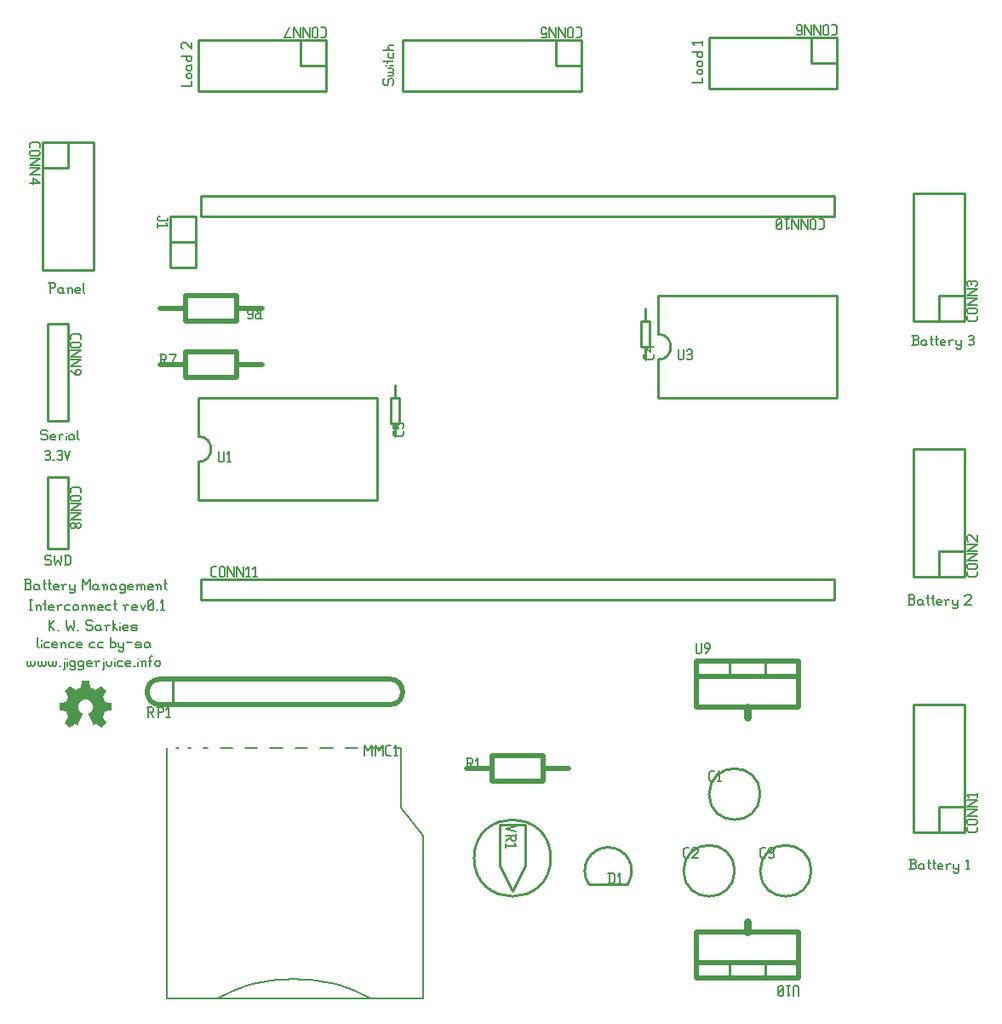
<source format=gto>
G04 start of page 8 for group -4079 idx -4079 *
G04 Title: (unknown), topsilk *
G04 Creator: pcb 20110918 *
G04 CreationDate: Wed 25 Feb 2015 10:22:25 GMT UTC *
G04 For: ksarkies *
G04 Format: Gerber/RS-274X *
G04 PCB-Dimensions: 390000 390000 *
G04 PCB-Coordinate-Origin: lower left *
%MOIN*%
%FSLAX25Y25*%
%LNTOPSILK*%
%ADD102C,0.0079*%
%ADD101C,0.0300*%
%ADD100C,0.0100*%
%ADD99C,0.0200*%
%ADD98C,0.0060*%
%ADD97C,0.0001*%
G54D97*G36*
X29577Y124414D02*X32154D01*
X32237Y124382D01*
X32284Y124306D01*
X32333Y124067D01*
X32377Y123845D01*
X32768Y121713D01*
X32815Y121625D01*
X32898Y121567D01*
X33001Y121523D01*
X33791Y121252D01*
X34541Y120894D01*
X34547D01*
X34634Y120856D01*
X34731Y120842D01*
X34829Y120873D01*
X36602Y122092D01*
X36793Y122217D01*
X36994Y122353D01*
X37080Y122378D01*
X37162Y122342D01*
X37493Y122012D01*
X37997Y121512D01*
X38155Y121349D01*
X38654Y120851D01*
X38816Y120694D01*
X38984Y120520D01*
X39023Y120435D01*
X39001Y120346D01*
X38865Y120145D01*
X38736Y119955D01*
X37547Y118219D01*
X37515Y118127D01*
X37530Y118030D01*
X37575Y117931D01*
X38258Y116325D01*
X38295Y116234D01*
X38358Y116156D01*
X38448Y116109D01*
X40487Y115728D01*
X40711Y115685D01*
X40954Y115642D01*
X41029Y115595D01*
X41058Y115512D01*
Y112935D01*
X41029Y112846D01*
X40954Y112799D01*
X40711Y112756D01*
X40487Y112713D01*
X38508Y112344D01*
X38420Y112296D01*
X38366Y112213D01*
X38338Y112153D01*
Y112142D01*
X37623Y110369D01*
X37618Y110357D01*
X37601Y110314D01*
X37584Y110213D01*
X37612Y110119D01*
X38741Y108487D01*
X38865Y108296D01*
X39006Y108095D01*
X39025Y108009D01*
X38984Y107927D01*
X38816Y107748D01*
X38654Y107591D01*
X37336Y106273D01*
X37162Y106105D01*
X37080Y106064D01*
X36994Y106082D01*
X36793Y106224D01*
X36602Y106348D01*
X35008Y107445D01*
X34909Y107474D01*
X34812Y107455D01*
X34481Y107271D01*
X34287Y107162D01*
X33940Y106984D01*
X33855Y106978D01*
X33793Y107038D01*
X33647Y107395D01*
X33559Y107602D01*
X32176Y110960D01*
X32088Y111166D01*
X31991Y111399D01*
X31987Y111494D01*
X32040Y111567D01*
X32263Y111698D01*
X32404Y111806D01*
X32940Y112252D01*
X33355Y112816D01*
X33622Y113475D01*
X33716Y114205D01*
X33658Y114780D01*
X33493Y115314D01*
X33230Y115799D01*
X32881Y116221D01*
X32461Y116570D01*
X31977Y116834D01*
X31443Y116999D01*
X30869Y117057D01*
X30294Y116999D01*
X29759Y116834D01*
X29276Y116570D01*
X28854Y116221D01*
X28506Y115799D01*
X28244Y115314D01*
X28079Y114780D01*
X28020Y114205D01*
X28113Y113475D01*
X28380Y112816D01*
X28794Y112252D01*
X29333Y111806D01*
X29469Y111698D01*
X29691Y111567D01*
X29745Y111494D01*
X29740Y111399D01*
X29643Y111166D01*
X29555Y110960D01*
X28172Y107602D01*
X28086Y107395D01*
X27938Y107038D01*
X27877Y106978D01*
X27793Y106984D01*
X27451Y107162D01*
X27250Y107271D01*
X26919Y107455D01*
X26820Y107474D01*
X26723Y107445D01*
X25129Y106348D01*
X24944Y106224D01*
X24738Y106082D01*
X24651Y106064D01*
X24569Y106105D01*
X24395Y106273D01*
X24238Y106435D01*
X23740Y106934D01*
X23577Y107092D01*
X23077Y107591D01*
X22915Y107748D01*
X22747Y107927D01*
X22708Y108009D01*
X22730Y108095D01*
X22866Y108296D01*
X22997Y108487D01*
X24119Y110119D01*
X24147Y110213D01*
X24130Y110314D01*
X24108Y110374D01*
X23398Y112148D01*
X23365Y112213D01*
X23311Y112296D01*
X23225Y112344D01*
X21244Y112713D01*
X21022Y112756D01*
X20783Y112799D01*
X20704Y112849D01*
X20675Y112935D01*
Y115512D01*
X20704Y115595D01*
X20783Y115642D01*
X21022Y115691D01*
X21244Y115728D01*
X23284Y116109D01*
X23373Y116156D01*
X23436Y116239D01*
X23473Y116325D01*
X24162Y117931D01*
X24201Y118030D01*
X24218Y118127D01*
X24190Y118219D01*
X22997Y119960D01*
X22866Y120145D01*
X22730Y120346D01*
X22708Y120435D01*
X22747Y120520D01*
X22915Y120694D01*
X23077Y120851D01*
X24569Y122342D01*
X24651Y122378D01*
X24738Y122359D01*
X24944Y122223D01*
X25129Y122092D01*
X26902Y120873D01*
X27000Y120844D01*
X27098Y120862D01*
X27184Y120894D01*
X27195Y120899D01*
X27941Y121253D01*
X28731Y121528D01*
X28834Y121567D01*
X28918Y121625D01*
X28963Y121713D01*
X29361Y123845D01*
X29398Y124067D01*
X29447Y124306D01*
X29494Y124382D01*
X29577Y124414D01*
G37*
G54D98*X15440Y222530D02*X15925Y222045D01*
X13985Y222530D02*X15440D01*
X13500Y222045D02*X13985Y222530D01*
X13500Y222045D02*Y221075D01*
X13985Y220590D01*
X15440D01*
X15925Y220105D01*
Y219135D01*
X15440Y218650D02*X15925Y219135D01*
X13985Y218650D02*X15440D01*
X13500Y219135D02*X13985Y218650D01*
X17574D02*X19029D01*
X17089Y219135D02*X17574Y218650D01*
X17089Y220105D02*Y219135D01*
Y220105D02*X17574Y220590D01*
X18544D01*
X19029Y220105D01*
X17089Y219620D02*X19029D01*
Y220105D02*Y219620D01*
X20678Y220105D02*Y218650D01*
Y220105D02*X21163Y220590D01*
X22133D01*
X20193D02*X20678Y220105D01*
X23297Y221560D02*Y221463D01*
Y220105D02*Y218650D01*
X25722Y220590D02*X26207Y220105D01*
X24752Y220590D02*X25722D01*
X24267Y220105D02*X24752Y220590D01*
X24267Y220105D02*Y219135D01*
X24752Y218650D01*
X26207Y220590D02*Y219135D01*
X26692Y218650D01*
X24752D02*X25722D01*
X26207Y219135D01*
X27856Y222530D02*Y219135D01*
X28341Y218650D01*
X15000Y214045D02*X15485Y214530D01*
X16455D01*
X16940Y214045D01*
X16455Y210650D02*X16940Y211135D01*
X15485Y210650D02*X16455D01*
X15000Y211135D02*X15485Y210650D01*
Y212784D02*X16455D01*
X16940Y214045D02*Y213269D01*
Y212299D02*Y211135D01*
Y212299D02*X16455Y212784D01*
X16940Y213269D02*X16455Y212784D01*
X18104Y210650D02*X18589D01*
X19753Y214045D02*X20238Y214530D01*
X21208D01*
X21693Y214045D01*
X21208Y210650D02*X21693Y211135D01*
X20238Y210650D02*X21208D01*
X19753Y211135D02*X20238Y210650D01*
Y212784D02*X21208D01*
X21693Y214045D02*Y213269D01*
Y212299D02*Y211135D01*
Y212299D02*X21208Y212784D01*
X21693Y213269D02*X21208Y212784D01*
X22857Y214530D02*X23827Y210650D01*
X24797Y214530D01*
X16985Y280030D02*Y276150D01*
X16500Y280030D02*X18440D01*
X18925Y279545D01*
Y278575D01*
X18440Y278090D02*X18925Y278575D01*
X16985Y278090D02*X18440D01*
X21544D02*X22029Y277605D01*
X20574Y278090D02*X21544D01*
X20089Y277605D02*X20574Y278090D01*
X20089Y277605D02*Y276635D01*
X20574Y276150D01*
X22029Y278090D02*Y276635D01*
X22514Y276150D01*
X20574D02*X21544D01*
X22029Y276635D01*
X24163Y277605D02*Y276150D01*
Y277605D02*X24648Y278090D01*
X25133D01*
X25618Y277605D01*
Y276150D01*
X23678Y278090D02*X24163Y277605D01*
X27267Y276150D02*X28722D01*
X26782Y276635D02*X27267Y276150D01*
X26782Y277605D02*Y276635D01*
Y277605D02*X27267Y278090D01*
X28237D01*
X28722Y277605D01*
X26782Y277120D02*X28722D01*
Y277605D02*Y277120D01*
X29886Y280030D02*Y276635D01*
X30371Y276150D01*
X68470Y357000D02*X72350D01*
Y358940D02*Y357000D01*
X70895Y360104D02*X71865D01*
X70895D02*X70410Y360589D01*
Y361559D02*Y360589D01*
Y361559D02*X70895Y362044D01*
X71865D01*
X72350Y361559D02*X71865Y362044D01*
X72350Y361559D02*Y360589D01*
X71865Y360104D02*X72350Y360589D01*
X70410Y364663D02*X70895Y365148D01*
X70410Y364663D02*Y363693D01*
X70895Y363208D02*X70410Y363693D01*
X70895Y363208D02*X71865D01*
X72350Y363693D01*
X70410Y365148D02*X71865D01*
X72350Y365633D01*
Y364663D02*Y363693D01*
Y364663D02*X71865Y365148D01*
X68470Y368737D02*X72350D01*
Y368252D02*X71865Y368737D01*
X72350Y368252D02*Y367282D01*
X71865Y366797D02*X72350Y367282D01*
X70895Y366797D02*X71865D01*
X70895D02*X70410Y367282D01*
Y368252D02*Y367282D01*
Y368252D02*X70895Y368737D01*
X68955Y371647D02*X68470Y372132D01*
Y373587D02*Y372132D01*
Y373587D02*X68955Y374072D01*
X69925D01*
X72350Y371647D02*X69925Y374072D01*
X72350D02*Y371647D01*
X354500Y255650D02*X356440D01*
X356925Y256135D01*
Y257299D02*Y256135D01*
X356440Y257784D02*X356925Y257299D01*
X354985Y257784D02*X356440D01*
X354985Y259530D02*Y255650D01*
X354500Y259530D02*X356440D01*
X356925Y259045D01*
Y258269D01*
X356440Y257784D02*X356925Y258269D01*
X359544Y257590D02*X360029Y257105D01*
X358574Y257590D02*X359544D01*
X358089Y257105D02*X358574Y257590D01*
X358089Y257105D02*Y256135D01*
X358574Y255650D01*
X360029Y257590D02*Y256135D01*
X360514Y255650D01*
X358574D02*X359544D01*
X360029Y256135D01*
X362163Y259530D02*Y256135D01*
X362648Y255650D01*
X361678Y258075D02*X362648D01*
X364103Y259530D02*Y256135D01*
X364588Y255650D01*
X363618Y258075D02*X364588D01*
X366043Y255650D02*X367498D01*
X365558Y256135D02*X366043Y255650D01*
X365558Y257105D02*Y256135D01*
Y257105D02*X366043Y257590D01*
X367013D01*
X367498Y257105D01*
X365558Y256620D02*X367498D01*
Y257105D02*Y256620D01*
X369147Y257105D02*Y255650D01*
Y257105D02*X369632Y257590D01*
X370602D01*
X368662D02*X369147Y257105D01*
X371766Y257590D02*Y256135D01*
X372251Y255650D01*
X373706Y257590D02*Y254680D01*
X373221Y254195D02*X373706Y254680D01*
X372251Y254195D02*X373221D01*
X371766Y254680D02*X372251Y254195D01*
Y255650D02*X373221D01*
X373706Y256135D01*
X376616Y259045D02*X377101Y259530D01*
X378071D01*
X378556Y259045D01*
X378071Y255650D02*X378556Y256135D01*
X377101Y255650D02*X378071D01*
X376616Y256135D02*X377101Y255650D01*
Y257784D02*X378071D01*
X378556Y259045D02*Y258269D01*
Y257299D02*Y256135D01*
Y257299D02*X378071Y257784D01*
X378556Y258269D02*X378071Y257784D01*
X353000Y154150D02*X354940D01*
X355425Y154635D01*
Y155799D02*Y154635D01*
X354940Y156284D02*X355425Y155799D01*
X353485Y156284D02*X354940D01*
X353485Y158030D02*Y154150D01*
X353000Y158030D02*X354940D01*
X355425Y157545D01*
Y156769D01*
X354940Y156284D02*X355425Y156769D01*
X358044Y156090D02*X358529Y155605D01*
X357074Y156090D02*X358044D01*
X356589Y155605D02*X357074Y156090D01*
X356589Y155605D02*Y154635D01*
X357074Y154150D01*
X358529Y156090D02*Y154635D01*
X359014Y154150D01*
X357074D02*X358044D01*
X358529Y154635D01*
X360663Y158030D02*Y154635D01*
X361148Y154150D01*
X360178Y156575D02*X361148D01*
X362603Y158030D02*Y154635D01*
X363088Y154150D01*
X362118Y156575D02*X363088D01*
X364543Y154150D02*X365998D01*
X364058Y154635D02*X364543Y154150D01*
X364058Y155605D02*Y154635D01*
Y155605D02*X364543Y156090D01*
X365513D01*
X365998Y155605D01*
X364058Y155120D02*X365998D01*
Y155605D02*Y155120D01*
X367647Y155605D02*Y154150D01*
Y155605D02*X368132Y156090D01*
X369102D01*
X367162D02*X367647Y155605D01*
X370266Y156090D02*Y154635D01*
X370751Y154150D01*
X372206Y156090D02*Y153180D01*
X371721Y152695D02*X372206Y153180D01*
X370751Y152695D02*X371721D01*
X370266Y153180D02*X370751Y152695D01*
Y154150D02*X371721D01*
X372206Y154635D01*
X375116Y157545D02*X375601Y158030D01*
X377056D01*
X377541Y157545D01*
Y156575D01*
X375116Y154150D02*X377541Y156575D01*
X375116Y154150D02*X377541D01*
X353500Y50650D02*X355440D01*
X355925Y51135D01*
Y52299D02*Y51135D01*
X355440Y52784D02*X355925Y52299D01*
X353985Y52784D02*X355440D01*
X353985Y54530D02*Y50650D01*
X353500Y54530D02*X355440D01*
X355925Y54045D01*
Y53269D01*
X355440Y52784D02*X355925Y53269D01*
X358544Y52590D02*X359029Y52105D01*
X357574Y52590D02*X358544D01*
X357089Y52105D02*X357574Y52590D01*
X357089Y52105D02*Y51135D01*
X357574Y50650D01*
X359029Y52590D02*Y51135D01*
X359514Y50650D01*
X357574D02*X358544D01*
X359029Y51135D01*
X361163Y54530D02*Y51135D01*
X361648Y50650D01*
X360678Y53075D02*X361648D01*
X363103Y54530D02*Y51135D01*
X363588Y50650D01*
X362618Y53075D02*X363588D01*
X365043Y50650D02*X366498D01*
X364558Y51135D02*X365043Y50650D01*
X364558Y52105D02*Y51135D01*
Y52105D02*X365043Y52590D01*
X366013D01*
X366498Y52105D01*
X364558Y51620D02*X366498D01*
Y52105D02*Y51620D01*
X368147Y52105D02*Y50650D01*
Y52105D02*X368632Y52590D01*
X369602D01*
X367662D02*X368147Y52105D01*
X370766Y52590D02*Y51135D01*
X371251Y50650D01*
X372706Y52590D02*Y49680D01*
X372221Y49195D02*X372706Y49680D01*
X371251Y49195D02*X372221D01*
X370766Y49680D02*X371251Y49195D01*
Y50650D02*X372221D01*
X372706Y51135D01*
X375616Y53754D02*X376392Y54530D01*
Y50650D01*
X375616D02*X377071D01*
X147470Y359440D02*X147955Y359925D01*
X147470Y359440D02*Y357985D01*
X147955Y357500D02*X147470Y357985D01*
X147955Y357500D02*X148925D01*
X149410Y357985D01*
Y359440D02*Y357985D01*
Y359440D02*X149895Y359925D01*
X150865D01*
X151350Y359440D02*X150865Y359925D01*
X151350Y359440D02*Y357985D01*
X150865Y357500D02*X151350Y357985D01*
X149410Y361089D02*X150865D01*
X151350Y361574D01*
Y362059D02*Y361574D01*
Y362059D02*X150865Y362544D01*
X149410D02*X150865D01*
X151350Y363029D01*
Y363514D02*Y363029D01*
Y363514D02*X150865Y363999D01*
X149410D02*X150865D01*
X148440Y365163D02*X148537D01*
X149895D02*X151350D01*
X147470Y366618D02*X150865D01*
X151350Y367103D01*
X148925D02*Y366133D01*
X149410Y370013D02*Y368558D01*
X149895Y368073D02*X149410Y368558D01*
X149895Y368073D02*X150865D01*
X151350Y368558D01*
Y370013D02*Y368558D01*
X147470Y371177D02*X151350D01*
X149895D02*X149410Y371662D01*
Y372632D02*Y371662D01*
Y372632D02*X149895Y373117D01*
X151350D01*
X268470Y358500D02*X272350D01*
Y360440D02*Y358500D01*
X270895Y361604D02*X271865D01*
X270895D02*X270410Y362089D01*
Y363059D02*Y362089D01*
Y363059D02*X270895Y363544D01*
X271865D01*
X272350Y363059D02*X271865Y363544D01*
X272350Y363059D02*Y362089D01*
X271865Y361604D02*X272350Y362089D01*
X270410Y366163D02*X270895Y366648D01*
X270410Y366163D02*Y365193D01*
X270895Y364708D02*X270410Y365193D01*
X270895Y364708D02*X271865D01*
X272350Y365193D01*
X270410Y366648D02*X271865D01*
X272350Y367133D01*
Y366163D02*Y365193D01*
Y366163D02*X271865Y366648D01*
X268470Y370237D02*X272350D01*
Y369752D02*X271865Y370237D01*
X272350Y369752D02*Y368782D01*
X271865Y368297D02*X272350Y368782D01*
X270895Y368297D02*X271865D01*
X270895D02*X270410Y368782D01*
Y369752D02*Y368782D01*
Y369752D02*X270895Y370237D01*
X269246Y373147D02*X268470Y373923D01*
X272350D01*
Y374602D02*Y373147D01*
X7000Y160050D02*X8980D01*
X9475Y160545D01*
Y161733D02*Y160545D01*
X8980Y162228D02*X9475Y161733D01*
X7495Y162228D02*X8980D01*
X7495Y164010D02*Y160050D01*
X7000Y164010D02*X8980D01*
X9475Y163515D01*
Y162723D01*
X8980Y162228D02*X9475Y162723D01*
X12148Y162030D02*X12643Y161535D01*
X11158Y162030D02*X12148D01*
X10663Y161535D02*X11158Y162030D01*
X10663Y161535D02*Y160545D01*
X11158Y160050D01*
X12643Y162030D02*Y160545D01*
X13138Y160050D01*
X11158D02*X12148D01*
X12643Y160545D01*
X14821Y164010D02*Y160545D01*
X15316Y160050D01*
X14326Y162525D02*X15316D01*
X16801Y164010D02*Y160545D01*
X17296Y160050D01*
X16306Y162525D02*X17296D01*
X18781Y160050D02*X20266D01*
X18286Y160545D02*X18781Y160050D01*
X18286Y161535D02*Y160545D01*
Y161535D02*X18781Y162030D01*
X19771D01*
X20266Y161535D01*
X18286Y161040D02*X20266D01*
Y161535D02*Y161040D01*
X21949Y161535D02*Y160050D01*
Y161535D02*X22444Y162030D01*
X23434D01*
X21454D02*X21949Y161535D01*
X24622Y162030D02*Y160545D01*
X25117Y160050D01*
X26602Y162030D02*Y159060D01*
X26107Y158565D02*X26602Y159060D01*
X25117Y158565D02*X26107D01*
X24622Y159060D02*X25117Y158565D01*
Y160050D02*X26107D01*
X26602Y160545D01*
X29572Y164010D02*Y160050D01*
Y164010D02*X31057Y162030D01*
X32542Y164010D01*
Y160050D01*
X35215Y162030D02*X35710Y161535D01*
X34225Y162030D02*X35215D01*
X33730Y161535D02*X34225Y162030D01*
X33730Y161535D02*Y160545D01*
X34225Y160050D01*
X35710Y162030D02*Y160545D01*
X36205Y160050D01*
X34225D02*X35215D01*
X35710Y160545D01*
X37888Y161535D02*Y160050D01*
Y161535D02*X38383Y162030D01*
X38878D01*
X39373Y161535D01*
Y160050D01*
X37393Y162030D02*X37888Y161535D01*
X42046Y162030D02*X42541Y161535D01*
X41056Y162030D02*X42046D01*
X40561Y161535D02*X41056Y162030D01*
X40561Y161535D02*Y160545D01*
X41056Y160050D01*
X42541Y162030D02*Y160545D01*
X43036Y160050D01*
X41056D02*X42046D01*
X42541Y160545D01*
X45709Y162030D02*X46204Y161535D01*
X44719Y162030D02*X45709D01*
X44224Y161535D02*X44719Y162030D01*
X44224Y161535D02*Y160545D01*
X44719Y160050D01*
X45709D01*
X46204Y160545D01*
X44224Y159060D02*X44719Y158565D01*
X45709D01*
X46204Y159060D01*
Y162030D02*Y159060D01*
X47887Y160050D02*X49372D01*
X47392Y160545D02*X47887Y160050D01*
X47392Y161535D02*Y160545D01*
Y161535D02*X47887Y162030D01*
X48877D01*
X49372Y161535D01*
X47392Y161040D02*X49372D01*
Y161535D02*Y161040D01*
X51055Y161535D02*Y160050D01*
Y161535D02*X51550Y162030D01*
X52045D01*
X52540Y161535D01*
Y160050D01*
Y161535D02*X53035Y162030D01*
X53530D01*
X54025Y161535D01*
Y160050D01*
X50560Y162030D02*X51055Y161535D01*
X55708Y160050D02*X57193D01*
X55213Y160545D02*X55708Y160050D01*
X55213Y161535D02*Y160545D01*
Y161535D02*X55708Y162030D01*
X56698D01*
X57193Y161535D01*
X55213Y161040D02*X57193D01*
Y161535D02*Y161040D01*
X58876Y161535D02*Y160050D01*
Y161535D02*X59371Y162030D01*
X59866D01*
X60361Y161535D01*
Y160050D01*
X58381Y162030D02*X58876Y161535D01*
X62044Y164010D02*Y160545D01*
X62539Y160050D01*
X61549Y162525D02*X62539D01*
X16940Y173530D02*X17425Y173045D01*
X15485Y173530D02*X16940D01*
X15000Y173045D02*X15485Y173530D01*
X15000Y173045D02*Y172075D01*
X15485Y171590D01*
X16940D01*
X17425Y171105D01*
Y170135D01*
X16940Y169650D02*X17425Y170135D01*
X15485Y169650D02*X16940D01*
X15000Y170135D02*X15485Y169650D01*
X18589Y173530D02*Y171590D01*
X19074Y169650D01*
X20044Y171590D01*
X21014Y169650D01*
X21499Y171590D01*
Y173530D02*Y171590D01*
X23148Y173530D02*Y169650D01*
X24409Y173530D02*X25088Y172851D01*
Y170329D01*
X24409Y169650D02*X25088Y170329D01*
X22663Y169650D02*X24409D01*
X22663Y173530D02*X24409D01*
X9000Y156000D02*X10000D01*
X9500D02*Y152000D01*
X9000D02*X10000D01*
X11700Y153500D02*Y152000D01*
Y153500D02*X12200Y154000D01*
X12700D01*
X13200Y153500D01*
Y152000D01*
X11200Y154000D02*X11700Y153500D01*
X14900Y156000D02*Y152500D01*
X15400Y152000D01*
X14400Y154500D02*X15400D01*
X16900Y152000D02*X18400D01*
X16400Y152500D02*X16900Y152000D01*
X16400Y153500D02*Y152500D01*
Y153500D02*X16900Y154000D01*
X17900D01*
X18400Y153500D01*
X16400Y153000D02*X18400D01*
Y153500D02*Y153000D01*
X20100Y153500D02*Y152000D01*
Y153500D02*X20600Y154000D01*
X21600D01*
X19600D02*X20100Y153500D01*
X23300Y154000D02*X24800D01*
X22800Y153500D02*X23300Y154000D01*
X22800Y153500D02*Y152500D01*
X23300Y152000D01*
X24800D01*
X26000Y153500D02*Y152500D01*
Y153500D02*X26500Y154000D01*
X27500D01*
X28000Y153500D01*
Y152500D01*
X27500Y152000D02*X28000Y152500D01*
X26500Y152000D02*X27500D01*
X26000Y152500D02*X26500Y152000D01*
X29700Y153500D02*Y152000D01*
Y153500D02*X30200Y154000D01*
X30700D01*
X31200Y153500D01*
Y152000D01*
X29200Y154000D02*X29700Y153500D01*
X32900D02*Y152000D01*
Y153500D02*X33400Y154000D01*
X33900D01*
X34400Y153500D01*
Y152000D01*
X32400Y154000D02*X32900Y153500D01*
X36100Y152000D02*X37600D01*
X35600Y152500D02*X36100Y152000D01*
X35600Y153500D02*Y152500D01*
Y153500D02*X36100Y154000D01*
X37100D01*
X37600Y153500D01*
X35600Y153000D02*X37600D01*
Y153500D02*Y153000D01*
X39300Y154000D02*X40800D01*
X38800Y153500D02*X39300Y154000D01*
X38800Y153500D02*Y152500D01*
X39300Y152000D01*
X40800D01*
X42500Y156000D02*Y152500D01*
X43000Y152000D01*
X42000Y154500D02*X43000D01*
X46300Y153500D02*Y152000D01*
Y153500D02*X46800Y154000D01*
X47800D01*
X45800D02*X46300Y153500D01*
X49500Y152000D02*X51000D01*
X49000Y152500D02*X49500Y152000D01*
X49000Y153500D02*Y152500D01*
Y153500D02*X49500Y154000D01*
X50500D01*
X51000Y153500D01*
X49000Y153000D02*X51000D01*
Y153500D02*Y153000D01*
X52200Y154000D02*X53200Y152000D01*
X54200Y154000D02*X53200Y152000D01*
X55400Y152500D02*X55900Y152000D01*
X55400Y155500D02*Y152500D01*
Y155500D02*X55900Y156000D01*
X56900D01*
X57400Y155500D01*
Y152500D01*
X56900Y152000D02*X57400Y152500D01*
X55900Y152000D02*X56900D01*
X55400Y153000D02*X57400Y155000D01*
X58600Y152000D02*X59100D01*
X60300Y155200D02*X61100Y156000D01*
Y152000D01*
X60300D02*X61800D01*
X16700Y148100D02*Y144100D01*
Y146100D02*X18700Y148100D01*
X16700Y146100D02*X18700Y144100D01*
X19900D02*X20400D01*
X23400Y148100D02*Y146100D01*
X23900Y144100D01*
X24900Y146100D01*
X25900Y144100D01*
X26400Y146100D01*
Y148100D02*Y146100D01*
X27600Y144100D02*X28100D01*
X33100Y148100D02*X33600Y147600D01*
X31600Y148100D02*X33100D01*
X31100Y147600D02*X31600Y148100D01*
X31100Y147600D02*Y146600D01*
X31600Y146100D01*
X33100D01*
X33600Y145600D01*
Y144600D01*
X33100Y144100D02*X33600Y144600D01*
X31600Y144100D02*X33100D01*
X31100Y144600D02*X31600Y144100D01*
X36300Y146100D02*X36800Y145600D01*
X35300Y146100D02*X36300D01*
X34800Y145600D02*X35300Y146100D01*
X34800Y145600D02*Y144600D01*
X35300Y144100D01*
X36800Y146100D02*Y144600D01*
X37300Y144100D01*
X35300D02*X36300D01*
X36800Y144600D01*
X39000Y145600D02*Y144100D01*
Y145600D02*X39500Y146100D01*
X40500D01*
X38500D02*X39000Y145600D01*
X41700Y148100D02*Y144100D01*
Y145600D02*X43200Y144100D01*
X41700Y145600D02*X42700Y146600D01*
X44400Y147100D02*Y147000D01*
Y145600D02*Y144100D01*
X45900D02*X47400D01*
X45400Y144600D02*X45900Y144100D01*
X45400Y145600D02*Y144600D01*
Y145600D02*X45900Y146100D01*
X46900D01*
X47400Y145600D01*
X45400Y145100D02*X47400D01*
Y145600D02*Y145100D01*
X49100Y144100D02*X50600D01*
X51100Y144600D01*
X50600Y145100D02*X51100Y144600D01*
X49100Y145100D02*X50600D01*
X48600Y145600D02*X49100Y145100D01*
X48600Y145600D02*X49100Y146100D01*
X50600D01*
X51100Y145600D01*
X48600Y144600D02*X49100Y144100D01*
X12100Y141300D02*Y137800D01*
X12600Y137300D01*
X13600Y140300D02*Y140200D01*
Y138800D02*Y137300D01*
X15100Y139300D02*X16600D01*
X14600Y138800D02*X15100Y139300D01*
X14600Y138800D02*Y137800D01*
X15100Y137300D01*
X16600D01*
X18300D02*X19800D01*
X17800Y137800D02*X18300Y137300D01*
X17800Y138800D02*Y137800D01*
Y138800D02*X18300Y139300D01*
X19300D01*
X19800Y138800D01*
X17800Y138300D02*X19800D01*
Y138800D02*Y138300D01*
X21500Y138800D02*Y137300D01*
Y138800D02*X22000Y139300D01*
X22500D01*
X23000Y138800D01*
Y137300D01*
X21000Y139300D02*X21500Y138800D01*
X24700Y139300D02*X26200D01*
X24200Y138800D02*X24700Y139300D01*
X24200Y138800D02*Y137800D01*
X24700Y137300D01*
X26200D01*
X27900D02*X29400D01*
X27400Y137800D02*X27900Y137300D01*
X27400Y138800D02*Y137800D01*
Y138800D02*X27900Y139300D01*
X28900D01*
X29400Y138800D01*
X27400Y138300D02*X29400D01*
Y138800D02*Y138300D01*
X32900Y139300D02*X34400D01*
X32400Y138800D02*X32900Y139300D01*
X32400Y138800D02*Y137800D01*
X32900Y137300D01*
X34400D01*
X36100Y139300D02*X37600D01*
X35600Y138800D02*X36100Y139300D01*
X35600Y138800D02*Y137800D01*
X36100Y137300D01*
X37600D01*
X40600Y141300D02*Y137300D01*
Y137800D02*X41100Y137300D01*
X42100D01*
X42600Y137800D01*
Y138800D02*Y137800D01*
X42100Y139300D02*X42600Y138800D01*
X41100Y139300D02*X42100D01*
X40600Y138800D02*X41100Y139300D01*
X43800D02*Y137800D01*
X44300Y137300D01*
X45800Y139300D02*Y136300D01*
X45300Y135800D02*X45800Y136300D01*
X44300Y135800D02*X45300D01*
X43800Y136300D02*X44300Y135800D01*
Y137300D02*X45300D01*
X45800Y137800D01*
X47000Y139300D02*X49000D01*
X50700Y137300D02*X52200D01*
X52700Y137800D01*
X52200Y138300D02*X52700Y137800D01*
X50700Y138300D02*X52200D01*
X50200Y138800D02*X50700Y138300D01*
X50200Y138800D02*X50700Y139300D01*
X52200D01*
X52700Y138800D01*
X50200Y137800D02*X50700Y137300D01*
X55400Y139300D02*X55900Y138800D01*
X54400Y139300D02*X55400D01*
X53900Y138800D02*X54400Y139300D01*
X53900Y138800D02*Y137800D01*
X54400Y137300D01*
X55900Y139300D02*Y137800D01*
X56400Y137300D01*
X54400D02*X55400D01*
X55900Y137800D01*
X8000Y132100D02*Y130600D01*
X8500Y130100D01*
X9000D01*
X9500Y130600D01*
Y132100D02*Y130600D01*
X10000Y130100D01*
X10500D01*
X11000Y130600D01*
Y132100D02*Y130600D01*
X12200Y132100D02*Y130600D01*
X12700Y130100D01*
X13200D01*
X13700Y130600D01*
Y132100D02*Y130600D01*
X14200Y130100D01*
X14700D01*
X15200Y130600D01*
Y132100D02*Y130600D01*
X16400Y132100D02*Y130600D01*
X16900Y130100D01*
X17400D01*
X17900Y130600D01*
Y132100D02*Y130600D01*
X18400Y130100D01*
X18900D01*
X19400Y130600D01*
Y132100D02*Y130600D01*
X20600Y130100D02*X21100D01*
X22800Y133100D02*Y133000D01*
Y131600D02*Y129100D01*
X22300Y128600D02*X22800Y129100D01*
X23800Y133100D02*Y133000D01*
Y131600D02*Y130100D01*
X26300Y132100D02*X26800Y131600D01*
X25300Y132100D02*X26300D01*
X24800Y131600D02*X25300Y132100D01*
X24800Y131600D02*Y130600D01*
X25300Y130100D01*
X26300D01*
X26800Y130600D01*
X24800Y129100D02*X25300Y128600D01*
X26300D01*
X26800Y129100D01*
Y132100D02*Y129100D01*
X29500Y132100D02*X30000Y131600D01*
X28500Y132100D02*X29500D01*
X28000Y131600D02*X28500Y132100D01*
X28000Y131600D02*Y130600D01*
X28500Y130100D01*
X29500D01*
X30000Y130600D01*
X28000Y129100D02*X28500Y128600D01*
X29500D01*
X30000Y129100D01*
Y132100D02*Y129100D01*
X31700Y130100D02*X33200D01*
X31200Y130600D02*X31700Y130100D01*
X31200Y131600D02*Y130600D01*
Y131600D02*X31700Y132100D01*
X32700D01*
X33200Y131600D01*
X31200Y131100D02*X33200D01*
Y131600D02*Y131100D01*
X34900Y131600D02*Y130100D01*
Y131600D02*X35400Y132100D01*
X36400D01*
X34400D02*X34900Y131600D01*
X38100Y133100D02*Y133000D01*
Y131600D02*Y129100D01*
X37600Y128600D02*X38100Y129100D01*
X39100Y132100D02*Y130600D01*
X39600Y130100D01*
X40600D01*
X41100Y130600D01*
Y132100D02*Y130600D01*
X42300Y133100D02*Y133000D01*
Y131600D02*Y130100D01*
X43800Y132100D02*X45300D01*
X43300Y131600D02*X43800Y132100D01*
X43300Y131600D02*Y130600D01*
X43800Y130100D01*
X45300D01*
X47000D02*X48500D01*
X46500Y130600D02*X47000Y130100D01*
X46500Y131600D02*Y130600D01*
Y131600D02*X47000Y132100D01*
X48000D01*
X48500Y131600D01*
X46500Y131100D02*X48500D01*
Y131600D02*Y131100D01*
X49700Y130100D02*X50200D01*
X51400Y133100D02*Y133000D01*
Y131600D02*Y130100D01*
X52900Y131600D02*Y130100D01*
Y131600D02*X53400Y132100D01*
X53900D01*
X54400Y131600D01*
Y130100D01*
X52400Y132100D02*X52900Y131600D01*
X56100Y133600D02*Y130100D01*
Y133600D02*X56600Y134100D01*
X57100D01*
X55600Y132100D02*X56600D01*
X58100Y131600D02*Y130600D01*
Y131600D02*X58600Y132100D01*
X59600D01*
X60100Y131600D01*
Y130600D01*
X59600Y130100D02*X60100Y130600D01*
X58600Y130100D02*X59600D01*
X58100Y130600D02*X58600Y130100D01*
G54D99*X270000Y8000D02*X310000D01*
X270000Y26000D02*Y8000D01*
Y26000D02*X310000D01*
Y8000D01*
X270000D02*X310000D01*
X270000Y14000D02*Y8000D01*
Y14000D02*X310000D01*
Y8000D01*
G54D100*X297000Y14000D02*Y8000D01*
X283000Y14000D02*Y8000D01*
G54D101*X290000Y30000D02*Y26000D01*
G54D100*X265000Y50000D02*G75*G03X265000Y50000I10000J0D01*G01*
X295000D02*G75*G03X295000Y50000I10000J0D01*G01*
X76000Y156000D02*Y164000D01*
X324000Y156000D02*X76000D01*
X324000Y164000D02*Y156000D01*
X76000Y164000D02*X324000D01*
G54D99*X60000Y115000D02*X150000D01*
X60000Y125000D02*X150000D01*
G54D100*X65000D02*Y115000D01*
G54D99*X60000Y125000D02*G75*G03X60000Y115000I0J-5000D01*G01*
X150000D02*G75*G03X150000Y125000I0J5000D01*G01*
X190000Y95000D02*X210000D01*
Y85000D01*
X190000D01*
Y95000D01*
X180000Y90000D02*X190000D01*
X210000D02*X220000D01*
G54D100*X193000Y68000D02*X203000D01*
X193000D02*Y52000D01*
X198000Y42000D02*X193000Y52000D01*
X203000D02*X198000Y42000D01*
X203000Y68000D02*Y52000D01*
X213000Y55000D02*G75*G03X213000Y55000I-15000J0D01*G01*
G54D102*X124803Y6497D02*X127244Y6025D01*
X112441Y7678D02*X116142Y7481D01*
X154488Y98032D02*Y74606D01*
X163110Y63583D02*X154488Y74606D01*
X163149Y1D02*X62559D01*
X97638Y6025D02*X94921Y5316D01*
X62559Y98032D02*Y1D01*
X87992Y2796D02*X85866Y1723D01*
X163149Y63583D02*Y1D01*
X118543Y7284D02*X121417Y6970D01*
X92244Y4489D02*X90197Y3741D01*
X131181Y4962D02*X132638Y4489D01*
X139016Y1723D02*X142559Y1D01*
X90197Y3741D02*X87992Y2796D01*
X116142Y7481D02*X118543Y7284D01*
X136890Y2796D02*X139016Y1723D01*
X85866D02*X82323Y1D01*
X108740Y7481D02*X106339Y7284D01*
X127244Y6025D02*X129961Y5316D01*
X112441Y7678D02*X108740Y7481D01*
X121417Y6970D02*X124803Y6497D01*
X106339Y7284D02*X103465Y6970D01*
X94921Y5316D02*X93701Y4962D01*
X100079Y6497D02*X97638Y6025D01*
X103465Y6970D02*X100079Y6497D01*
X134685Y3741D02*X136890Y2796D01*
X129961Y5316D02*X131181Y4962D01*
X93701D02*X92244Y4489D01*
X132638D02*X134685Y3741D01*
X154488Y98032D02*X152244D01*
X147362Y98031D02*X142480D01*
X137519D02*X132637D01*
X127677Y98030D02*X122795D01*
X117834D02*X112952D01*
X98148D02*X93266D01*
X107992D02*X103110D01*
X88306Y98031D02*X83740D01*
X78779D02*X77047D01*
X72086Y98032D02*X71181D01*
X66457Y98030D02*X67401D01*
X62559Y98032D02*X62677D01*
G54D99*X270000Y132000D02*X310000D01*
Y114000D01*
X270000D02*X310000D01*
X270000Y132000D02*Y114000D01*
Y132000D02*X310000D01*
Y126000D01*
X270000D02*X310000D01*
X270000Y132000D02*Y126000D01*
G54D100*X283000Y132000D02*Y126000D01*
X297000Y132000D02*Y126000D01*
G54D101*X290000Y114000D02*Y110000D01*
G54D100*X243100Y44800D02*X227900D01*
X243127Y44855D02*G75*G03X227873Y44855I-7627J5145D01*G01*
X275000Y80000D02*G75*G03X275000Y80000I10000J0D01*G01*
X375000Y115000D02*Y65000D01*
X355000Y115000D02*X375000D01*
X355000D02*Y65000D01*
X375000D01*
X365000Y75000D02*X375000D01*
X365000D02*Y65000D01*
X375000Y215000D02*Y165000D01*
X355000Y215000D02*X375000D01*
X355000D02*Y165000D01*
X375000D01*
X365000Y175000D02*X375000D01*
X365000D02*Y165000D01*
X250000Y255000D02*Y250000D01*
Y270000D02*Y265000D01*
X248400D02*Y255000D01*
Y265000D02*X251600D01*
Y255000D01*
X248400D02*X251600D01*
X255000Y235000D02*X325000D01*
Y275000D02*Y235000D01*
X255000Y275000D02*X325000D01*
X255000Y250000D02*Y235000D01*
Y275000D02*Y260000D01*
Y250000D02*G75*G03X255000Y260000I0J5000D01*G01*
X275000Y376000D02*X325000D01*
X275000D02*Y356000D01*
X325000D01*
Y376000D02*Y356000D01*
X315000Y376000D02*Y366000D01*
X325000D01*
X375000Y315000D02*Y265000D01*
X355000Y315000D02*X375000D01*
X355000D02*Y265000D01*
X375000D01*
X365000Y275000D02*X375000D01*
X365000D02*Y265000D01*
X324000Y314000D02*Y306000D01*
X76000Y314000D02*X324000D01*
X76000D02*Y306000D01*
X324000D01*
G54D99*X70000Y265000D02*X90000D01*
X70000Y275000D02*Y265000D01*
Y275000D02*X90000D01*
Y265000D01*
Y270000D02*X100000D01*
X60000D02*X70000D01*
G54D100*X16000Y264000D02*X24000D01*
X16000D02*Y226000D01*
X24000D01*
Y264000D02*Y226000D01*
X16000Y204000D02*X24000D01*
X16000D02*Y176000D01*
X24000D01*
Y204000D02*Y176000D01*
X75000Y195000D02*X145000D01*
Y235000D02*Y195000D01*
X75000Y235000D02*X145000D01*
X75000Y210000D02*Y195000D01*
Y235000D02*Y220000D01*
Y210000D02*G75*G03X75000Y220000I0J5000D01*G01*
X152000Y225000D02*Y220000D01*
Y240000D02*Y235000D01*
X150400D02*Y225000D01*
Y235000D02*X153600D01*
Y225000D01*
X150400D02*X153600D01*
G54D99*X70000Y253000D02*X90000D01*
Y243000D01*
X70000D01*
Y253000D01*
X60000Y248000D02*X70000D01*
X90000D02*X100000D01*
G54D100*X155000Y375000D02*X225000D01*
X155000D02*Y355000D01*
X225000D01*
Y375000D02*Y355000D01*
X215000Y375000D02*Y365000D01*
X225000D01*
X75000Y375000D02*X125000D01*
X75000D02*Y355000D01*
X125000D01*
Y375000D02*Y355000D01*
X115000Y375000D02*Y365000D01*
X125000D01*
X14000Y335000D02*Y285000D01*
X34000D01*
Y335000D01*
X14000D01*
Y325000D02*X24000D01*
Y335000D01*
X64000Y306000D02*Y286000D01*
X74000D01*
Y306000D01*
X64000D01*
Y296000D02*X74000D01*
Y306000D01*
G54D98*X98000Y266000D02*X100000D01*
X98000D02*X97500Y266500D01*
Y267500D02*Y266500D01*
X98000Y268000D02*X97500Y267500D01*
X98000Y268000D02*X99500D01*
Y270000D02*Y266000D01*
X98700Y268000D02*X97500Y270000D01*
X94800Y266000D02*X94300Y266500D01*
X94800Y266000D02*X95800D01*
X96300Y266500D02*X95800Y266000D01*
X96300Y269500D02*Y266500D01*
Y269500D02*X95800Y270000D01*
X94800Y267800D02*X94300Y268300D01*
X94800Y267800D02*X96300D01*
X94800Y270000D02*X95800D01*
X94800D02*X94300Y269500D01*
Y268300D01*
X25000Y259300D02*Y258000D01*
X25700Y260000D02*X25000Y259300D01*
X25700Y260000D02*X28300D01*
X29000Y259300D01*
Y258000D01*
X25500Y256800D02*X28500D01*
X29000Y256300D01*
Y255300D01*
X28500Y254800D01*
X25500D02*X28500D01*
X25000Y255300D02*X25500Y254800D01*
X25000Y256300D02*Y255300D01*
X25500Y256800D02*X25000Y256300D01*
Y253600D02*X29000D01*
X25000Y251100D01*
X29000D01*
X25000Y249900D02*X29000D01*
X25000Y247400D01*
X29000D01*
X25000Y245700D02*X27000Y244200D01*
X28500D01*
X29000Y244700D02*X28500Y244200D01*
X29000Y245700D02*Y244700D01*
X28500Y246200D02*X29000Y245700D01*
X27500Y246200D02*X28500D01*
X27500D02*X27000Y245700D01*
Y244200D01*
X25000Y199300D02*Y198000D01*
X25700Y200000D02*X25000Y199300D01*
X25700Y200000D02*X28300D01*
X29000Y199300D01*
Y198000D01*
X25500Y196800D02*X28500D01*
X29000Y196300D01*
Y195300D01*
X28500Y194800D01*
X25500D02*X28500D01*
X25000Y195300D02*X25500Y194800D01*
X25000Y196300D02*Y195300D01*
X25500Y196800D02*X25000Y196300D01*
Y193600D02*X29000D01*
X25000Y191100D01*
X29000D01*
X25000Y189900D02*X29000D01*
X25000Y187400D01*
X29000D01*
X25500Y186200D02*X25000Y185700D01*
X25500Y186200D02*X26300D01*
X27000Y185500D01*
Y184900D01*
X26300Y184200D01*
X25500D02*X26300D01*
X25000Y184700D02*X25500Y184200D01*
X25000Y185700D02*Y184700D01*
X27700Y186200D02*X27000Y185500D01*
X27700Y186200D02*X28500D01*
X29000Y185700D01*
Y184700D01*
X28500Y184200D01*
X27700D02*X28500D01*
X27000Y184900D02*X27700Y184200D01*
X83000Y214000D02*Y210500D01*
X83500Y210000D01*
X84500D01*
X85000Y210500D01*
Y214000D02*Y210500D01*
X86200Y213200D02*X87000Y214000D01*
Y210000D01*
X86200D02*X87700D01*
X60000Y252000D02*X62000D01*
X62500Y251500D01*
Y250500D01*
X62000Y250000D02*X62500Y250500D01*
X60500Y250000D02*X62000D01*
X60500Y252000D02*Y248000D01*
X61300Y250000D02*X62500Y248000D01*
X64200D02*X66200Y252000D01*
X63700D02*X66200D01*
X55000Y114000D02*X57000D01*
X57500Y113500D01*
Y112500D01*
X57000Y112000D02*X57500Y112500D01*
X55500Y112000D02*X57000D01*
X55500Y114000D02*Y110000D01*
X56300Y112000D02*X57500Y110000D01*
X59200Y114000D02*Y110000D01*
X58700Y114000D02*X60700D01*
X61200Y113500D01*
Y112500D01*
X60700Y112000D02*X61200Y112500D01*
X59200Y112000D02*X60700D01*
X62400Y113200D02*X63200Y114000D01*
Y110000D01*
X62400D02*X63900D01*
X80700Y165000D02*X82000D01*
X80000Y165700D02*X80700Y165000D01*
X80000Y168300D02*Y165700D01*
Y168300D02*X80700Y169000D01*
X82000D01*
X83200Y168500D02*Y165500D01*
Y168500D02*X83700Y169000D01*
X84700D01*
X85200Y168500D01*
Y165500D01*
X84700Y165000D02*X85200Y165500D01*
X83700Y165000D02*X84700D01*
X83200Y165500D02*X83700Y165000D01*
X86400Y169000D02*Y165000D01*
Y169000D02*X88900Y165000D01*
Y169000D02*Y165000D01*
X90100Y169000D02*Y165000D01*
Y169000D02*X92600Y165000D01*
Y169000D02*Y165000D01*
X93800Y168200D02*X94600Y169000D01*
Y165000D01*
X93800D02*X95300D01*
X96500Y168200D02*X97300Y169000D01*
Y165000D01*
X96500D02*X98000D01*
X180000Y94000D02*X182000D01*
X182500Y93500D01*
Y92500D01*
X182000Y92000D02*X182500Y92500D01*
X180500Y92000D02*X182000D01*
X180500Y94000D02*Y90000D01*
X181300Y92000D02*X182500Y90000D01*
X183700Y93200D02*X184500Y94000D01*
Y90000D01*
X183700D02*X185200D01*
X140000Y99000D02*Y95000D01*
Y99000D02*X141500Y97000D01*
X143000Y99000D01*
Y95000D01*
X144200Y99000D02*Y95000D01*
Y99000D02*X145700Y97000D01*
X147200Y99000D01*
Y95000D01*
X149100D02*X150400D01*
X148400Y95700D02*X149100Y95000D01*
X148400Y98300D02*Y95700D01*
Y98300D02*X149100Y99000D01*
X150400D01*
X151600Y98200D02*X152400Y99000D01*
Y95000D01*
X151600D02*X153100D01*
X155400Y222000D02*Y220700D01*
X154700Y220000D02*X155400Y220700D01*
X152100Y220000D02*X154700D01*
X152100D02*X151400Y220700D01*
Y222000D02*Y220700D01*
Y225200D02*Y223200D01*
X153400D01*
X152900Y223700D01*
Y224700D02*Y223700D01*
Y224700D02*X153400Y225200D01*
X154900D01*
X155400Y224700D02*X154900Y225200D01*
X155400Y224700D02*Y223700D01*
X154900Y223200D02*X155400Y223700D01*
X123000Y380000D02*X124300D01*
X125000Y379300D02*X124300Y380000D01*
X125000Y379300D02*Y376700D01*
X124300Y376000D01*
X123000D02*X124300D01*
X121800Y379500D02*Y376500D01*
X121300Y376000D01*
X120300D02*X121300D01*
X120300D02*X119800Y376500D01*
Y379500D02*Y376500D01*
X120300Y380000D02*X119800Y379500D01*
X120300Y380000D02*X121300D01*
X121800Y379500D02*X121300Y380000D01*
X118600D02*Y376000D01*
X116100Y380000D01*
Y376000D01*
X114900Y380000D02*Y376000D01*
X112400Y380000D01*
Y376000D01*
X110700Y380000D02*X108700Y376000D01*
X111200D01*
X9000Y334300D02*Y333000D01*
X9700Y335000D02*X9000Y334300D01*
X9700Y335000D02*X12300D01*
X13000Y334300D01*
Y333000D01*
X9500Y331800D02*X12500D01*
X13000Y331300D01*
Y330300D01*
X12500Y329800D01*
X9500D02*X12500D01*
X9000Y330300D02*X9500Y329800D01*
X9000Y331300D02*Y330300D01*
X9500Y331800D02*X9000Y331300D01*
Y328600D02*X13000D01*
X9000Y326100D01*
X13000D01*
X9000Y324900D02*X13000D01*
X9000Y322400D01*
X13000D01*
X10500Y321200D02*X13000Y319200D01*
X10500Y321200D02*Y318700D01*
X9000Y319200D02*X13000D01*
X63000Y305300D02*Y304500D01*
X59500D02*X63000D01*
X59000Y305000D02*X59500Y304500D01*
X59000Y305500D02*Y305000D01*
X59500Y306000D02*X59000Y305500D01*
X59500Y306000D02*X60000D01*
X62200Y303300D02*X63000Y302500D01*
X59000D02*X63000D01*
X59000Y303300D02*Y301800D01*
X223000Y380000D02*X224300D01*
X225000Y379300D02*X224300Y380000D01*
X225000Y379300D02*Y376700D01*
X224300Y376000D01*
X223000D02*X224300D01*
X221800Y379500D02*Y376500D01*
X221300Y376000D01*
X220300D02*X221300D01*
X220300D02*X219800Y376500D01*
Y379500D02*Y376500D01*
X220300Y380000D02*X219800Y379500D01*
X220300Y380000D02*X221300D01*
X221800Y379500D02*X221300Y380000D01*
X218600D02*Y376000D01*
X216100Y380000D01*
Y376000D01*
X214900Y380000D02*Y376000D01*
X212400Y380000D01*
Y376000D01*
X209200D02*X211200D01*
Y378000D02*Y376000D01*
Y378000D02*X210700Y377500D01*
X209700D02*X210700D01*
X209700D02*X209200Y378000D01*
Y379500D02*Y378000D01*
X209700Y380000D02*X209200Y379500D01*
X209700Y380000D02*X210700D01*
X211200Y379500D02*X210700Y380000D01*
X323000Y381000D02*X324300D01*
X325000Y380300D02*X324300Y381000D01*
X325000Y380300D02*Y377700D01*
X324300Y377000D01*
X323000D02*X324300D01*
X321800Y380500D02*Y377500D01*
X321300Y377000D01*
X320300D02*X321300D01*
X320300D02*X319800Y377500D01*
Y380500D02*Y377500D01*
X320300Y381000D02*X319800Y380500D01*
X320300Y381000D02*X321300D01*
X321800Y380500D02*X321300Y381000D01*
X318600D02*Y377000D01*
X316100Y381000D01*
Y377000D01*
X314900Y381000D02*Y377000D01*
X312400Y381000D01*
Y377000D01*
X309700D02*X309200Y377500D01*
X309700Y377000D02*X310700D01*
X311200Y377500D02*X310700Y377000D01*
X311200Y380500D02*Y377500D01*
Y380500D02*X310700Y381000D01*
X309700Y378800D02*X309200Y379300D01*
X309700Y378800D02*X311200D01*
X309700Y381000D02*X310700D01*
X309700D02*X309200Y380500D01*
Y379300D01*
X310000Y4500D02*Y1000D01*
Y4500D02*X309500Y5000D01*
X308500D02*X309500D01*
X308500D02*X308000Y4500D01*
Y1000D01*
X306800Y1800D02*X306000Y1000D01*
Y5000D02*Y1000D01*
X305300Y5000D02*X306800D01*
X304100Y4500D02*X303600Y5000D01*
X304100Y4500D02*Y1500D01*
X303600Y1000D01*
X302600D02*X303600D01*
X302600D02*X302100Y1500D01*
Y4500D02*Y1500D01*
X302600Y5000D02*X302100Y4500D01*
X302600Y5000D02*X303600D01*
X304100Y4000D02*X302100Y2000D01*
X236000Y49000D02*Y45000D01*
X237300Y49000D02*X238000Y48300D01*
Y45700D01*
X237300Y45000D02*X238000Y45700D01*
X235500Y45000D02*X237300D01*
X235500Y49000D02*X237300D01*
X239200Y48200D02*X240000Y49000D01*
Y45000D01*
X239200D02*X240700D01*
X265700Y55000D02*X267000D01*
X265000Y55700D02*X265700Y55000D01*
X265000Y58300D02*Y55700D01*
Y58300D02*X265700Y59000D01*
X267000D01*
X268200Y58500D02*X268700Y59000D01*
X270200D01*
X270700Y58500D01*
Y57500D01*
X268200Y55000D02*X270700Y57500D01*
X268200Y55000D02*X270700D01*
X270000Y139000D02*Y135500D01*
X270500Y135000D01*
X271500D01*
X272000Y135500D01*
Y139000D02*Y135500D01*
X273700Y135000D02*X275200Y137000D01*
Y138500D02*Y137000D01*
X274700Y139000D02*X275200Y138500D01*
X273700Y139000D02*X274700D01*
X273200Y138500D02*X273700Y139000D01*
X273200Y138500D02*Y137500D01*
X273700Y137000D01*
X275200D01*
X295700Y55000D02*X297000D01*
X295000Y55700D02*X295700Y55000D01*
X295000Y58300D02*Y55700D01*
Y58300D02*X295700Y59000D01*
X297000D01*
X298200Y58500D02*X298700Y59000D01*
X299700D01*
X300200Y58500D01*
X299700Y55000D02*X300200Y55500D01*
X298700Y55000D02*X299700D01*
X298200Y55500D02*X298700Y55000D01*
Y57200D02*X299700D01*
X300200Y58500D02*Y57700D01*
Y56700D02*Y55500D01*
Y56700D02*X299700Y57200D01*
X300200Y57700D02*X299700Y57200D01*
X275700Y85000D02*X277000D01*
X275000Y85700D02*X275700Y85000D01*
X275000Y88300D02*Y85700D01*
Y88300D02*X275700Y89000D01*
X277000D01*
X278200Y88200D02*X279000Y89000D01*
Y85000D01*
X278200D02*X279700D01*
X380000Y67000D02*Y65700D01*
X379300Y65000D02*X380000Y65700D01*
X376700Y65000D02*X379300D01*
X376700D02*X376000Y65700D01*
Y67000D02*Y65700D01*
X376500Y68200D02*X379500D01*
X376500D02*X376000Y68700D01*
Y69700D02*Y68700D01*
Y69700D02*X376500Y70200D01*
X379500D01*
X380000Y69700D02*X379500Y70200D01*
X380000Y69700D02*Y68700D01*
X379500Y68200D02*X380000Y68700D01*
X376000Y71400D02*X380000D01*
X376000D02*X380000Y73900D01*
X376000D02*X380000D01*
X376000Y75100D02*X380000D01*
X376000D02*X380000Y77600D01*
X376000D02*X380000D01*
X376800Y78800D02*X376000Y79600D01*
X380000D01*
Y80300D02*Y78800D01*
Y167000D02*Y165700D01*
X379300Y165000D02*X380000Y165700D01*
X376700Y165000D02*X379300D01*
X376700D02*X376000Y165700D01*
Y167000D02*Y165700D01*
X376500Y168200D02*X379500D01*
X376500D02*X376000Y168700D01*
Y169700D02*Y168700D01*
Y169700D02*X376500Y170200D01*
X379500D01*
X380000Y169700D02*X379500Y170200D01*
X380000Y169700D02*Y168700D01*
X379500Y168200D02*X380000Y168700D01*
X376000Y171400D02*X380000D01*
X376000D02*X380000Y173900D01*
X376000D02*X380000D01*
X376000Y175100D02*X380000D01*
X376000D02*X380000Y177600D01*
X376000D02*X380000D01*
X376500Y178800D02*X376000Y179300D01*
Y180800D02*Y179300D01*
Y180800D02*X376500Y181300D01*
X377500D01*
X380000Y178800D02*X377500Y181300D01*
X380000D02*Y178800D01*
X253400Y252000D02*Y250700D01*
X252700Y250000D02*X253400Y250700D01*
X250100Y250000D02*X252700D01*
X250100D02*X249400Y250700D01*
Y252000D02*Y250700D01*
X251900Y253200D02*X249400Y255200D01*
X251900Y255700D02*Y253200D01*
X249400Y255200D02*X253400D01*
X318000Y305000D02*X319300D01*
X320000Y304300D02*X319300Y305000D01*
X320000Y304300D02*Y301700D01*
X319300Y301000D01*
X318000D02*X319300D01*
X316800Y304500D02*Y301500D01*
X316300Y301000D01*
X315300D02*X316300D01*
X315300D02*X314800Y301500D01*
Y304500D02*Y301500D01*
X315300Y305000D02*X314800Y304500D01*
X315300Y305000D02*X316300D01*
X316800Y304500D02*X316300Y305000D01*
X313600D02*Y301000D01*
X311100Y305000D01*
Y301000D01*
X309900Y305000D02*Y301000D01*
X307400Y305000D01*
Y301000D01*
X306200Y301800D02*X305400Y301000D01*
Y305000D02*Y301000D01*
X304700Y305000D02*X306200D01*
X303500Y304500D02*X303000Y305000D01*
X303500Y304500D02*Y301500D01*
X303000Y301000D01*
X302000D02*X303000D01*
X302000D02*X301500Y301500D01*
Y304500D02*Y301500D01*
X302000Y305000D02*X301500Y304500D01*
X302000Y305000D02*X303000D01*
X303500Y304000D02*X301500Y302000D01*
X263000Y254000D02*Y250500D01*
X263500Y250000D01*
X264500D01*
X265000Y250500D01*
Y254000D02*Y250500D01*
X266200Y253500D02*X266700Y254000D01*
X267700D01*
X268200Y253500D01*
X267700Y250000D02*X268200Y250500D01*
X266700Y250000D02*X267700D01*
X266200Y250500D02*X266700Y250000D01*
Y252200D02*X267700D01*
X268200Y253500D02*Y252700D01*
Y251700D02*Y250500D01*
Y251700D02*X267700Y252200D01*
X268200Y252700D02*X267700Y252200D01*
X380000Y267000D02*Y265700D01*
X379300Y265000D02*X380000Y265700D01*
X376700Y265000D02*X379300D01*
X376700D02*X376000Y265700D01*
Y267000D02*Y265700D01*
X376500Y268200D02*X379500D01*
X376500D02*X376000Y268700D01*
Y269700D02*Y268700D01*
Y269700D02*X376500Y270200D01*
X379500D01*
X380000Y269700D02*X379500Y270200D01*
X380000Y269700D02*Y268700D01*
X379500Y268200D02*X380000Y268700D01*
X376000Y271400D02*X380000D01*
X376000D02*X380000Y273900D01*
X376000D02*X380000D01*
X376000Y275100D02*X380000D01*
X376000D02*X380000Y277600D01*
X376000D02*X380000D01*
X376500Y278800D02*X376000Y279300D01*
Y280300D02*Y279300D01*
Y280300D02*X376500Y280800D01*
X380000Y280300D02*X379500Y280800D01*
X380000Y280300D02*Y279300D01*
X379500Y278800D02*X380000Y279300D01*
X377800Y280300D02*Y279300D01*
X376500Y280800D02*X377300D01*
X378300D02*X379500D01*
X378300D02*X377800Y280300D01*
X377300Y280800D02*X377800Y280300D01*
X199500Y67500D02*X195500Y66500D01*
X199500Y65500D01*
Y64300D02*Y62300D01*
X199000Y61800D01*
X198000D02*X199000D01*
X197500Y62300D02*X198000Y61800D01*
X197500Y63800D02*Y62300D01*
X195500Y63800D02*X199500D01*
X197500Y63000D02*X195500Y61800D01*
X198700Y60600D02*X199500Y59800D01*
X195500D02*X199500D01*
X195500Y60600D02*Y59100D01*
M02*

</source>
